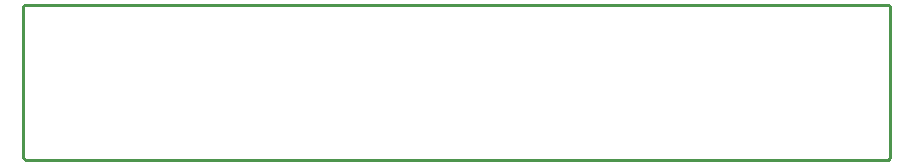
<source format=gbr>
G04 start of page 4 for group 2 idx 2 *
G04 Title: (unknown), outline *
G04 Creator: pcb 20140316 *
G04 CreationDate: Thu 20 Aug 2020 03:01:14 AM GMT UTC *
G04 For: railfan *
G04 Format: Gerber/RS-274X *
G04 PCB-Dimensions (mil): 3100.00 750.00 *
G04 PCB-Coordinate-Origin: lower left *
%MOIN*%
%FSLAX25Y25*%
%LNOUTLINE*%
%ADD40C,0.0100*%
G54D40*X10000Y64500D02*Y14000D01*
X10500Y13500D02*X298500D01*
X299000Y14000D02*Y64500D01*
X298500Y65000D02*X10500D01*
X10000Y64500D02*G75*G02X10500Y65000I500J0D01*G01*
X298500D02*G75*G02X299000Y64500I0J-500D01*G01*
X298500Y13500D02*G75*G03X299000Y14000I0J500D01*G01*
X10500Y13500D02*G75*G02X10000Y14000I0J500D01*G01*
M02*

</source>
